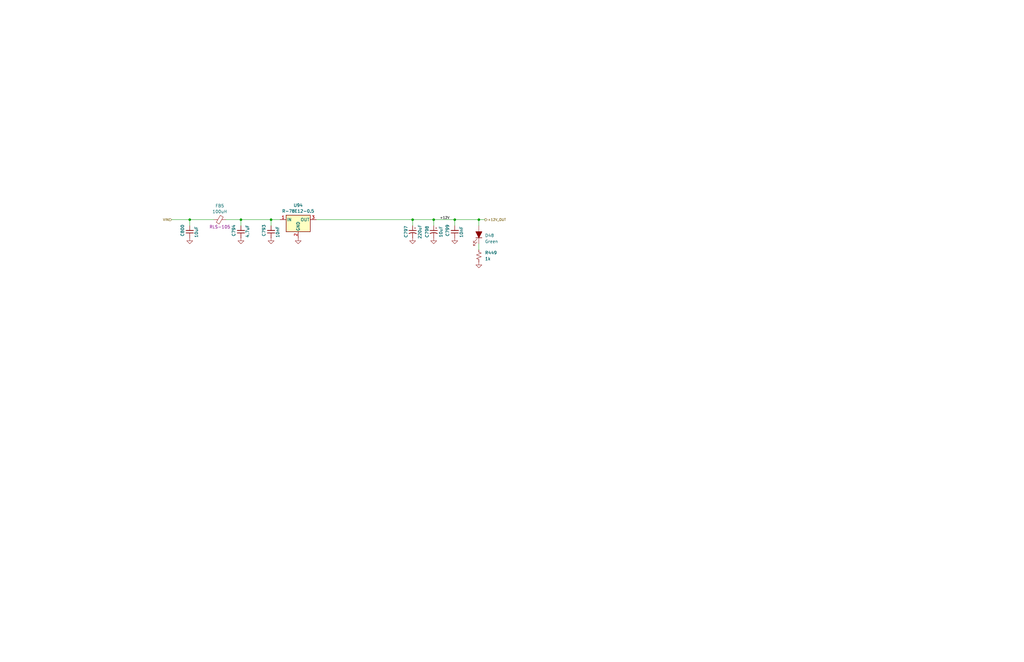
<source format=kicad_sch>
(kicad_sch (version 20250114) (generator "eeschema") (generator_version "9.0")
  (paper "B")
  (lib_symbols
    (symbol "Device:C_Polarized_Small_US" (pin_numbers (hide yes)) (pin_names (offset 0.254) (hide yes))
      (property "Reference" "C" (at 0.254 1.778 0))
      (property "Value" "C_Polarized_Small_US" (at 0.254 -2.032 0))
      (symbol "C_Polarized_Small_US_0_1"
        (polyline (pts (xy -1.524 0.508) (xy 1.524 0.508)) (stroke (width 0.3048)))
        (polyline (pts (xy -1.27 1.524) (xy -0.762 1.524)))
        (polyline (pts (xy -1.016 1.27) (xy -1.016 1.778)))
        (arc (start -1.524 -0.762) (mid 0 -0.3734) (end 1.524 -0.762) (stroke (width 0.3048)))
      )
      (symbol "C_Polarized_Small_US_1_1"
        (pin passive line (at 0 2.54 270) (length 2.032) (name "~") (number "1"))
        (pin passive line (at 0 -2.54 90) (length 2.032) (name "~") (number "2"))
      )
    )
    (symbol "Device:C_Small" (pin_numbers (hide yes)) (pin_names (offset 0.254) (hide yes))
      (property "Reference" "C" (at 0.254 1.778 0))
      (property "Value" "C_Small" (at 0.254 -2.032 0))
      (symbol "C_Small_0_1"
        (polyline (pts (xy -1.524 0.508) (xy 1.524 0.508)) (stroke (width 0.3048)))
        (polyline (pts (xy -1.524 -0.508) (xy 1.524 -0.508)) (stroke (width 0.3302)))
      )
      (symbol "C_Small_1_1"
        (pin passive line (at 0 2.54 270) (length 2.032) (name "~") (number "1"))
        (pin passive line (at 0 -2.54 90) (length 2.032) (name "~") (number "2"))
      )
    )
    (symbol "Device:FerriteBead_Small" (pin_numbers (hide yes)) (pin_names (offset 0))
      (property "Reference" "FB" (at 1.905 1.27 0))
      (property "Value" "FerriteBead_Small" (at 1.905 -1.27 0))
      (symbol "FerriteBead_Small_0_1"
        (polyline (pts (xy -1.8288 0.2794) (xy -1.1176 1.4986) (xy 1.8288 -0.2032) (xy 1.1176 -1.4224) (xy -1.8288 0.2794)))
        (polyline (pts (xy 0 0.889) (xy 0 1.2954)))
        (polyline (pts (xy 0 -1.27) (xy 0 -0.7874)))
      )
      (symbol "FerriteBead_Small_1_1"
        (pin passive line (at 0 2.54 270) (length 1.27) (name "~") (number "1"))
        (pin passive line (at 0 -2.54 90) (length 1.27) (name "~") (number "2"))
      )
    )
    (symbol "Device:LED_Filled" (pin_numbers (hide yes)) (pin_names (offset 1.016) (hide yes))
      (property "Reference" "D" (at 0 2.54 0))
      (property "Value" "LED_Filled" (at 0 -2.54 0))
      (symbol "LED_Filled_0_1"
        (polyline (pts (xy -3.048 -0.762) (xy -4.572 -2.286) (xy -3.81 -2.286) (xy -4.572 -2.286) (xy -4.572 -1.524)))
        (polyline (pts (xy -1.778 -0.762) (xy -3.302 -2.286) (xy -2.54 -2.286) (xy -3.302 -2.286) (xy -3.302 -1.524)))
        (polyline (pts (xy -1.27 0) (xy 1.27 0)))
        (polyline (pts (xy -1.27 -1.27) (xy -1.27 1.27)) (stroke (width 0.254)))
        (polyline (pts (xy 1.27 -1.27) (xy 1.27 1.27) (xy -1.27 0) (xy 1.27 -1.27)) (stroke (width 0.254)) (fill (type outline)))
      )
      (symbol "LED_Filled_1_1"
        (pin passive line (at -3.81 0 0) (length 2.54) (name "K") (number "1"))
        (pin passive line (at 3.81 0 180) (length 2.54) (name "A") (number "2"))
      )
    )
    (symbol "Device:R_Small_US" (pin_numbers (hide yes)) (pin_names (offset 0.254) (hide yes))
      (property "Reference" "R" (at 0.762 0.508 0))
      (property "Value" "R_Small_US" (at 0.762 -1.016 0))
      (symbol "R_Small_US_1_1"
        (polyline (pts (xy 0 1.524) (xy 1.016 1.143) (xy 0 0.762) (xy -1.016 0.381) (xy 0 0)))
        (polyline (pts (xy 0 0) (xy 1.016 -0.381) (xy 0 -0.762) (xy -1.016 -1.143) (xy 0 -1.524)))
        (pin passive line (at 0 2.54 270) (length 1.016) (name "~") (number "1"))
        (pin passive line (at 0 -2.54 90) (length 1.016) (name "~") (number "2"))
      )
    )
    (symbol "Regulator_Switching:R-78E12-0.5" (pin_names (offset 0.254))
      (property "Reference" "U" (at -3.81 3.175 0))
      (property "Value" "R-78E12-0.5" (at 0 3.175 0))
      (symbol "R-78E12-0.5_0_1"
        (rectangle (start -5.08 1.905) (end 5.08 -5.08) (stroke (width 0.254)) (fill (type background)))
      )
      (symbol "R-78E12-0.5_1_1"
        (pin power_in line (at -7.62 0 0) (length 2.54) (name "IN") (number "1"))
        (pin power_in line (at 0 -7.62 90) (length 2.54) (name "GND") (number "2"))
        (pin power_out line (at 7.62 0 180) (length 2.54) (name "OUT") (number "3"))
      )
    )
    (symbol "power:GND" (power) (pin_numbers (hide yes)) (pin_names (offset 0) (hide yes))
      (property "Value" "GND" (at 0 -3.81 0))
      (symbol "GND_0_1"
        (polyline (pts (xy 0 0) (xy 0 -1.27) (xy 1.27 -1.27) (xy 0 -2.54) (xy -1.27 -1.27) (xy 0 -1.27)))
      )
      (symbol "GND_1_1"
        (pin power_in line (at 0 0 270) (length 0) (name "~") (number "1"))
      )
    )
  )
  (junction (at 173.99 92.71))
  (junction (at 101.6 92.71))
  (junction (at 114.3 92.71))
  (junction (at 182.88 92.71))
  (junction (at 191.77 92.71))
  (junction (at 201.93 92.71))
  (junction (at 80.01 92.71))
  (wire (pts (xy 80.01 92.71) (xy 90.17 92.71)))
  (wire (pts (xy 133.35 92.71) (xy 173.99 92.71)))
  (wire (pts (xy 201.93 92.71) (xy 204.47 92.71)))
  (wire (pts (xy 182.88 92.71) (xy 191.77 92.71)))
  (wire (pts (xy 80.01 92.71) (xy 80.01 95.25)))
  (wire (pts (xy 114.3 92.71) (xy 114.3 95.25)))
  (wire (pts (xy 173.99 92.71) (xy 173.99 95.25)))
  (wire (pts (xy 72.39 92.71) (xy 80.01 92.71)))
  (wire (pts (xy 101.6 92.71) (xy 101.6 95.25)))
  (wire (pts (xy 201.93 95.25) (xy 201.93 92.71)))
  (wire (pts (xy 95.25 92.71) (xy 101.6 92.71)))
  (wire (pts (xy 201.93 102.87) (xy 201.93 105.41)))
  (wire (pts (xy 182.88 92.71) (xy 182.88 95.25)))
  (wire (pts (xy 173.99 92.71) (xy 182.88 92.71)))
  (wire (pts (xy 191.77 95.25) (xy 191.77 92.71)))
  (wire (pts (xy 114.3 92.71) (xy 118.11 92.71)))
  (wire (pts (xy 191.77 92.71) (xy 201.93 92.71)))
  (wire (pts (xy 101.6 92.71) (xy 114.3 92.71)))
  (label "+12V" (at 185.42 92.71 0) (effects (font (size 1 1))))
  (hierarchical_label "VIN" (shape input) (at 72.39 92.71 180) (effects (font (size 1 1))))
  (hierarchical_label "+12V_OUT" (shape output) (at 204.47 92.71 0) (effects (font (size 1 1))))
  (symbol (lib_id "Device:C_Polarized_Small_US") (at 182.88 97.79 0) (mirror y) (unit 1)
    (property "Reference" "C798" (at 180.086 97.79 90))
    (property "Value" "10uF" (at 185.928 97.79 90))
    (property "Description" "Polarized capacitor, small US symbol" (effects (hide yes)))
  )
  (symbol (lib_id "Device:FerriteBead_Small") (at 92.71 92.71 90) (unit 1)
    (property "Reference" "FB5" (at 92.6719 86.8637 90))
    (property "Value" "100uH" (at 92.6719 89.288 90))
    (property "Description" "Ferrite bead, small symbol" (effects (hide yes)))
    (property "Field5" "RLS-105" (at 92.71 95.758 90))
  )
  (symbol (lib_id "power:GND") (at 201.93 110.49 0) (unit 1)
    (property "Reference" "#PWR0964" (effects (hide yes)))
    (property "Value" "GND" (effects (hide yes)))
    (property "Description" "Power symbol creates a global label with name \"GND\" , ground" (effects (hide yes)))
  )
  (symbol (lib_id "Regulator_Switching:R-78E12-0.5") (at 125.73 92.71 0) (unit 1)
    (property "Reference" "U94" (at 125.73 86.6605 0))
    (property "Value" "R-78E12-0.5" (at 125.73 89.0848 0))
    (property "Footprint" "Converter_DCDC:Converter_DCDC_RECOM_R-78E-0.5_THT" (effects (hide yes)))
    (property "Datasheet" "https://www.recom-power.com/pdf/Innoline/R-78Exx-0.5.pdf" (effects (hide yes)))
    (property "Description" "500mA Step-Down DC/DC-Regulator, 15-28V input, 12V fixed Output Voltage, LM78xx replacement, -40°C to +85°C, SIP3" (effects (hide yes)))
  )
  (symbol (lib_id "Device:LED_Filled") (at 201.93 99.06 270) (mirror x) (unit 1)
    (property "Reference" "D48" (at 204.47 99.3774 90) (effects (justify left)))
    (property "Value" "Green" (at 204.47 101.9174 90) (effects (justify left)))
    (property "Footprint" "LED_THT:LED_D5.0mm" (effects (hide yes)))
    (property "Description" "Light emitting diode, filled shape" (effects (hide yes)))
    (property "DigiKey Part Number" "732-5016-ND" (effects (hide yes)))
  )
  (symbol (lib_id "power:GND") (at 114.3 100.33 0) (unit 1)
    (property "Reference" "#PWR0820" (effects (hide yes)))
    (property "Value" "GND" (effects (hide yes)))
    (property "Description" "Power symbol creates a global label with name \"GND\" , ground" (effects (hide yes)))
  )
  (symbol (lib_id "Device:C_Polarized_Small_US") (at 173.99 97.79 0) (mirror y) (unit 1)
    (property "Reference" "C797" (at 171.196 97.79 90))
    (property "Value" "220uF" (at 177.038 97.79 90))
    (property "Description" "Polarized capacitor, small US symbol" (effects (hide yes)))
  )
  (symbol (lib_id "power:GND") (at 191.77 100.33 0) (unit 1)
    (property "Reference" "#PWR0963" (effects (hide yes)))
    (property "Value" "GND" (effects (hide yes)))
    (property "Description" "Power symbol creates a global label with name \"GND\" , ground" (effects (hide yes)))
  )
  (symbol (lib_id "Device:C_Small") (at 80.01 97.79 180) (unit 1)
    (property "Reference" "C800" (at 76.962 99.822 90) (effects (justify right)))
    (property "Value" "10uF" (at 82.804 100.33 90) (effects (justify right)))
    (property "Description" "Unpolarized capacitor, small symbol" (effects (hide yes)))
  )
  (symbol (lib_id "power:GND") (at 182.88 100.33 0) (unit 1)
    (property "Reference" "#PWR0954" (effects (hide yes)))
    (property "Value" "GND" (effects (hide yes)))
    (property "Description" "Power symbol creates a global label with name \"GND\" , ground" (effects (hide yes)))
  )
  (symbol (lib_id "power:GND") (at 101.6 100.33 0) (unit 1)
    (property "Reference" "#PWR0947" (effects (hide yes)))
    (property "Value" "GND" (effects (hide yes)))
    (property "Description" "Power symbol creates a global label with name \"GND\" , ground" (effects (hide yes)))
  )
  (symbol (lib_id "power:GND") (at 80.01 100.33 0) (unit 1)
    (property "Reference" "#PWR0965" (effects (hide yes)))
    (property "Value" "GND" (effects (hide yes)))
    (property "Description" "Power symbol creates a global label with name \"GND\" , ground" (effects (hide yes)))
  )
  (symbol (lib_id "power:GND") (at 173.99 100.33 0) (unit 1)
    (property "Reference" "#PWR0953" (effects (hide yes)))
    (property "Value" "GND" (effects (hide yes)))
    (property "Description" "Power symbol creates a global label with name \"GND\" , ground" (effects (hide yes)))
  )
  (symbol (lib_id "power:GND") (at 125.73 100.33 0) (unit 1)
    (property "Reference" "#PWR0952" (effects (hide yes)))
    (property "Value" "GND" (effects (hide yes)))
    (property "Description" "Power symbol creates a global label with name \"GND\" , ground" (effects (hide yes)))
  )
  (symbol (lib_id "Device:R_Small_US") (at 201.93 107.95 180) (unit 1)
    (property "Reference" "R449" (at 204.47 106.6799 0) (effects (justify right)))
    (property "Value" "1k" (at 204.47 109.2199 0) (effects (justify right)))
    (property "Footprint" "Resistor_SMD:R_0603_1608Metric_Pad0.98x0.95mm_HandSolder" (effects (hide yes)))
    (property "Description" "Resistor, small US symbol" (effects (hide yes)))
    (property "DigiKey Part Number" "311-510HRCT-ND" (effects (hide yes)))
  )
  (symbol (lib_id "Device:C_Small") (at 114.3 97.79 180) (unit 1)
    (property "Reference" "C793" (at 111.252 99.822 90) (effects (justify right)))
    (property "Value" "10nF" (at 117.094 100.33 90) (effects (justify right)))
    (property "Description" "Unpolarized capacitor, small symbol" (effects (hide yes)))
  )
  (symbol (lib_id "Device:C_Small") (at 101.6 97.79 180) (unit 1)
    (property "Reference" "C794" (at 98.552 99.822 90) (effects (justify right)))
    (property "Value" "4.7uF" (at 104.394 100.33 90) (effects (justify right)))
    (property "Description" "Unpolarized capacitor, small symbol" (effects (hide yes)))
  )
  (symbol (lib_id "Device:C_Small") (at 191.77 97.79 180) (unit 1)
    (property "Reference" "C799" (at 188.722 99.822 90) (effects (justify right)))
    (property "Value" "10nF" (at 194.564 100.33 90) (effects (justify right)))
    (property "Description" "Unpolarized capacitor, small symbol" (effects (hide yes)))
  )
)
</source>
